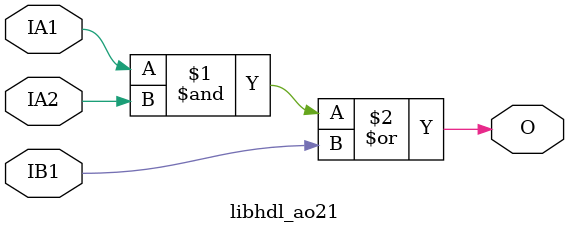
<source format=v>
`include "libhdl_timescale.vh"

module libhdl_ao21
(   output wire O,
    input  wire IA1,
    input  wire IA2,
    input  wire IB1);

assign O = (IA1 & IA2) | IB1;

endmodule

</source>
